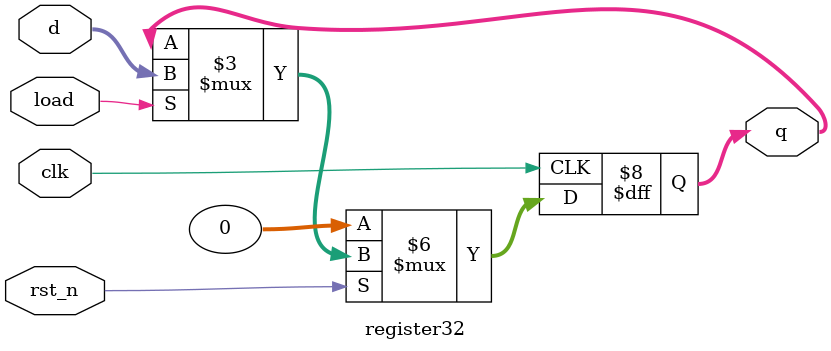
<source format=sv>
module register32(q, clk, rst_n, load, d);
	output logic [31:0] q;
	input logic clk, rst_n, load;
	input logic [31:0] d;

always_ff @(posedge clk) begin
	if(!rst_n) begin
		q <= 32'b0;
	end
	else if (load) begin
		q <= d;
	end
end

endmodule

</source>
